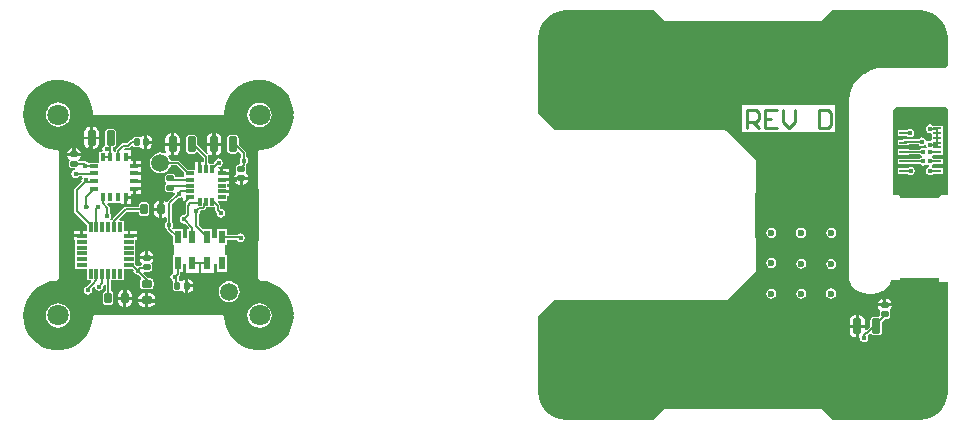
<source format=gtl>
G04 Layer_Physical_Order=1*
G04 Layer_Color=255*
%FSAX42Y42*%
%MOMM*%
G71*
G01*
G75*
%ADD10R,0.30X0.81*%
%ADD11R,0.81X0.30*%
%ADD12R,0.61X1.12*%
%ADD13R,0.30X0.66*%
%ADD14R,0.66X0.30*%
%ADD15R,0.70X0.20*%
G04:AMPARAMS|DCode=16|XSize=0.71mm|YSize=1.32mm|CornerRadius=0.18mm|HoleSize=0mm|Usage=FLASHONLY|Rotation=180.000|XOffset=0mm|YOffset=0mm|HoleType=Round|Shape=RoundedRectangle|*
%AMROUNDEDRECTD16*
21,1,0.71,0.97,0,0,180.0*
21,1,0.36,1.32,0,0,180.0*
1,1,0.36,-0.18,0.48*
1,1,0.36,0.18,0.48*
1,1,0.36,0.18,-0.48*
1,1,0.36,-0.18,-0.48*
%
%ADD16ROUNDEDRECTD16*%
G04:AMPARAMS|DCode=17|XSize=0.61mm|YSize=0.91mm|CornerRadius=0.15mm|HoleSize=0mm|Usage=FLASHONLY|Rotation=0.000|XOffset=0mm|YOffset=0mm|HoleType=Round|Shape=RoundedRectangle|*
%AMROUNDEDRECTD17*
21,1,0.61,0.61,0,0,0.0*
21,1,0.30,0.91,0,0,0.0*
1,1,0.30,0.15,-0.30*
1,1,0.30,-0.15,-0.30*
1,1,0.30,-0.15,0.30*
1,1,0.30,0.15,0.30*
%
%ADD17ROUNDEDRECTD17*%
G04:AMPARAMS|DCode=18|XSize=0.51mm|YSize=0.61mm|CornerRadius=0.13mm|HoleSize=0mm|Usage=FLASHONLY|Rotation=90.000|XOffset=0mm|YOffset=0mm|HoleType=Round|Shape=RoundedRectangle|*
%AMROUNDEDRECTD18*
21,1,0.51,0.36,0,0,90.0*
21,1,0.25,0.61,0,0,90.0*
1,1,0.25,0.18,0.13*
1,1,0.25,0.18,-0.13*
1,1,0.25,-0.18,-0.13*
1,1,0.25,-0.18,0.13*
%
%ADD18ROUNDEDRECTD18*%
G04:AMPARAMS|DCode=19|XSize=0.51mm|YSize=0.61mm|CornerRadius=0.13mm|HoleSize=0mm|Usage=FLASHONLY|Rotation=0.000|XOffset=0mm|YOffset=0mm|HoleType=Round|Shape=RoundedRectangle|*
%AMROUNDEDRECTD19*
21,1,0.51,0.36,0,0,0.0*
21,1,0.25,0.61,0,0,0.0*
1,1,0.25,0.13,-0.18*
1,1,0.25,-0.13,-0.18*
1,1,0.25,-0.13,0.18*
1,1,0.25,0.13,0.18*
%
%ADD19ROUNDEDRECTD19*%
G04:AMPARAMS|DCode=20|XSize=0.61mm|YSize=0.91mm|CornerRadius=0.15mm|HoleSize=0mm|Usage=FLASHONLY|Rotation=270.000|XOffset=0mm|YOffset=0mm|HoleType=Round|Shape=RoundedRectangle|*
%AMROUNDEDRECTD20*
21,1,0.61,0.61,0,0,270.0*
21,1,0.30,0.91,0,0,270.0*
1,1,0.30,-0.30,-0.15*
1,1,0.30,-0.30,0.15*
1,1,0.30,0.30,0.15*
1,1,0.30,0.30,-0.15*
%
%ADD20ROUNDEDRECTD20*%
%ADD21C,0.15*%
%ADD22C,1.00*%
%ADD23C,0.25*%
%ADD24C,4.10*%
%ADD25C,1.80*%
%ADD26C,1.50*%
%ADD27C,0.60*%
%ADD28C,0.45*%
G36*
X013432Y007396D02*
Y006669D01*
X013375D01*
X013365Y006665D01*
X013361Y006655D01*
Y006643D01*
X013032D01*
Y006655D01*
X013028Y006665D01*
X013019Y006669D01*
X012965D01*
Y007371D01*
X012966Y007381D01*
X012970Y007390D01*
X012975Y007397D01*
X012988Y007407D01*
X013003Y007413D01*
X013020Y007415D01*
X013414D01*
X013432Y007396D01*
D02*
G37*
G36*
X005974Y007636D02*
X006025Y007618D01*
X006072Y007591D01*
X006112Y007556D01*
X006146Y007514D01*
X006172Y007467D01*
X006189Y007415D01*
X006196Y007360D01*
X006197Y007358D01*
X006197Y007356D01*
X006198Y007355D01*
X006198Y007354D01*
X006199Y007353D01*
X006201Y007351D01*
X006202Y007350D01*
X006202Y007349D01*
X006204Y007348D01*
X006206Y007347D01*
X006207Y007347D01*
X006208Y007346D01*
X006210Y007346D01*
X006213Y007346D01*
X007288Y007346D01*
X007290Y007346D01*
X007292Y007346D01*
X007293Y007347D01*
X007294Y007347D01*
X007296Y007348D01*
X007298Y007349D01*
X007299Y007350D01*
X007300Y007351D01*
X007301Y007353D01*
X007302Y007354D01*
X007303Y007355D01*
X007303Y007356D01*
X007304Y007358D01*
X007304Y007360D01*
X007312Y007415D01*
X007328Y007466D01*
X007354Y007513D01*
X007388Y007555D01*
X007428Y007590D01*
X007475Y007617D01*
X007525Y007635D01*
X007578Y007643D01*
X007632Y007642D01*
X007684Y007632D01*
X007734Y007612D01*
X007779Y007583D01*
X007819Y007547D01*
X007851Y007504D01*
X007875Y007456D01*
X007889Y007404D01*
X007894Y007356D01*
X007894Y007356D01*
X007894Y007355D01*
X007893Y007354D01*
X007893Y007354D01*
X007893Y007353D01*
X007893Y007353D01*
X007893Y007352D01*
X007893Y007351D01*
X007893Y007351D01*
X007893Y007350D01*
X007893Y007350D01*
X007893Y007349D01*
X007893Y007349D01*
X007893Y007348D01*
X007893Y007347D01*
X007893Y007347D01*
X007893Y007346D01*
X007893Y007346D01*
X007893Y007345D01*
X007893Y007345D01*
X007893Y007344D01*
X007894Y007343D01*
X007894Y007343D01*
X007894Y007342D01*
X007889Y007292D01*
X007873Y007238D01*
X007847Y007188D01*
X007812Y007144D01*
X007769Y007108D01*
X007720Y007080D01*
X007667Y007062D01*
X007610Y007054D01*
X007608Y007053D01*
X007606Y007053D01*
X007605Y007052D01*
X007604Y007052D01*
X007602Y007051D01*
X007600Y007049D01*
X007600Y007048D01*
X007599Y007048D01*
X007598Y007046D01*
X007597Y007044D01*
X007596Y007043D01*
X007596Y007042D01*
X007596Y007040D01*
X007595Y007037D01*
Y006736D01*
X007595Y006736D01*
X007595Y006735D01*
X007595Y006734D01*
X007594Y006734D01*
X007594Y006733D01*
X007594Y006733D01*
X007594Y006732D01*
X007594Y006732D01*
X007594Y006731D01*
X007594Y006730D01*
X007593Y006730D01*
X007594Y006729D01*
X007593Y006729D01*
X007594Y006728D01*
X007593Y006727D01*
X007594Y006727D01*
X007593Y006726D01*
X007594Y006726D01*
X007594Y006725D01*
X007594Y006725D01*
X007594Y006724D01*
X007594Y006723D01*
X007594Y006723D01*
X007594Y006722D01*
X007594Y006722D01*
X007595Y006721D01*
X007595Y006721D01*
X007595Y006720D01*
X007595Y006719D01*
X007596Y006719D01*
X007596Y006719D01*
X007596Y006718D01*
X007597Y006718D01*
X007597Y006717D01*
X007597Y006717D01*
X007598Y006716D01*
X007598Y006716D01*
X007598Y006700D01*
X007598Y006700D01*
Y006655D01*
X007598Y006654D01*
X007597Y006285D01*
X007597Y006285D01*
X007597Y006285D01*
X007597Y006285D01*
X007596Y006284D01*
X007596Y006284D01*
X007596Y006283D01*
X007596Y006283D01*
X007595Y006282D01*
X007595Y006281D01*
X007595Y006281D01*
X007594Y006280D01*
X007594Y006280D01*
X007594Y006279D01*
X007594Y006279D01*
X007594Y006278D01*
X007594Y006277D01*
X007594Y006277D01*
X007594Y006276D01*
X007594Y006276D01*
X007594Y006275D01*
X007594Y006275D01*
X007594Y006274D01*
X007594Y006273D01*
X007594Y006273D01*
X007594Y006272D01*
X007594Y006272D01*
X007594Y006271D01*
X007594Y006271D01*
X007594Y006270D01*
X007594Y006269D01*
X007594Y006269D01*
X007594Y006268D01*
X007595Y006268D01*
X007595Y006267D01*
X007595Y006267D01*
X007595Y006266D01*
Y005962D01*
X007596Y005960D01*
X007596Y005958D01*
X007596Y005957D01*
X007597Y005956D01*
X007598Y005954D01*
X007599Y005952D01*
X007600Y005951D01*
X007600Y005950D01*
X007602Y005949D01*
X007604Y005948D01*
X007605Y005947D01*
X007606Y005947D01*
X007608Y005946D01*
X007610Y005946D01*
X007667Y005938D01*
X007720Y005920D01*
X007769Y005892D01*
X007812Y005856D01*
X007847Y005812D01*
X007873Y005762D01*
X007889Y005708D01*
X007894Y005657D01*
X007894Y005657D01*
X007894Y005657D01*
X007894Y005656D01*
X007893Y005655D01*
X007893Y005655D01*
X007893Y005654D01*
X007893Y005654D01*
X007893Y005653D01*
X007893Y005652D01*
X007893Y005652D01*
X007893Y005651D01*
X007893Y005651D01*
X007893Y005650D01*
X007893Y005650D01*
X007893Y005649D01*
X007893Y005648D01*
X007893Y005647D01*
X007893Y005647D01*
X007893Y005646D01*
X007893Y005646D01*
X007894Y005646D01*
X007894Y005645D01*
X007894Y005644D01*
X007894Y005644D01*
X007889Y005595D01*
X007875Y005544D01*
X007851Y005496D01*
X007819Y005453D01*
X007779Y005417D01*
X007734Y005388D01*
X007684Y005368D01*
X007632Y005357D01*
X007578Y005356D01*
X007525Y005365D01*
X007475Y005383D01*
X007428Y005410D01*
X007388Y005445D01*
X007354Y005487D01*
X007328Y005534D01*
X007312Y005585D01*
X007304Y005639D01*
X007304Y005641D01*
X007303Y005644D01*
X007303Y005645D01*
X007302Y005646D01*
X007301Y005647D01*
X007300Y005649D01*
X007299Y005650D01*
X007298Y005651D01*
X007296Y005652D01*
X007294Y005653D01*
X007293Y005653D01*
X007292Y005653D01*
X007290Y005654D01*
X007288Y005654D01*
X006213D01*
X006210Y005654D01*
X006208Y005653D01*
X006207Y005653D01*
X006206Y005653D01*
X006204Y005652D01*
X006202Y005651D01*
X006202Y005650D01*
X006201Y005649D01*
X006199Y005647D01*
X006198Y005646D01*
X006198Y005645D01*
X006197Y005644D01*
X006197Y005641D01*
X006196Y005639D01*
X006189Y005584D01*
X006172Y005533D01*
X006146Y005486D01*
X006112Y005444D01*
X006072Y005409D01*
X006025Y005382D01*
X005974Y005364D01*
X005921Y005355D01*
X005867Y005356D01*
X005814Y005367D01*
X005764Y005387D01*
X005719Y005416D01*
X005680Y005453D01*
X005647Y005496D01*
X005624Y005544D01*
X005609Y005596D01*
X005604Y005650D01*
X005610Y005706D01*
X005626Y005760D01*
X005652Y005810D01*
X005687Y005855D01*
X005730Y005892D01*
X005779Y005920D01*
X005832Y005938D01*
X005890Y005946D01*
X005892Y005946D01*
X005894Y005947D01*
X005895Y005947D01*
X005896Y005948D01*
X005898Y005949D01*
X005899Y005950D01*
X005900Y005951D01*
X005901Y005952D01*
X005902Y005954D01*
X005903Y005956D01*
X005903Y005957D01*
X005904Y005958D01*
X005904Y005960D01*
X005904Y005962D01*
Y007037D01*
X005904Y007040D01*
X005904Y007042D01*
X005903Y007043D01*
X005903Y007044D01*
X005902Y007046D01*
X005901Y007048D01*
X005900Y007048D01*
X005899Y007049D01*
X005898Y007051D01*
X005896Y007052D01*
X005895Y007052D01*
X005894Y007053D01*
X005892Y007053D01*
X005890Y007054D01*
X005832Y007062D01*
X005779Y007080D01*
X005730Y007108D01*
X005687Y007145D01*
X005652Y007189D01*
X005626Y007240D01*
X005610Y007294D01*
X005604Y007350D01*
X005609Y007404D01*
X005624Y007455D01*
X005647Y007504D01*
X005680Y007547D01*
X005719Y007584D01*
X005764Y007613D01*
X005814Y007633D01*
X005867Y007644D01*
X005921Y007645D01*
X005974Y007636D01*
D02*
G37*
G36*
X013251Y008227D02*
X013300Y008210D01*
X013345Y008182D01*
X013382Y008145D01*
X013409Y008101D01*
X013427Y008052D01*
X013432Y007999D01*
Y007770D01*
X013411Y007749D01*
X012897D01*
X012896Y007748D01*
X012895Y007748D01*
X012839Y007743D01*
X012838Y007742D01*
X012836Y007742D01*
X012782Y007726D01*
X012781Y007725D01*
X012779Y007725D01*
X012730Y007698D01*
X012728Y007697D01*
X012727Y007696D01*
X012684Y007661D01*
X012683Y007660D01*
X012682Y007660D01*
X012675Y007652D01*
X012674Y007651D01*
X012673Y007650D01*
X012633Y007598D01*
X012632Y007596D01*
X012631Y007595D01*
X012606Y007534D01*
X012606Y007532D01*
X012605Y007530D01*
X012596Y007465D01*
X012596Y007464D01*
X012596Y007462D01*
Y005971D01*
X012596Y005970D01*
X012596Y005969D01*
X012600Y005942D01*
X012601Y005940D01*
X012601Y005938D01*
X012611Y005913D01*
X012613Y005911D01*
X012614Y005909D01*
X012630Y005888D01*
X012632Y005886D01*
X012633Y005884D01*
X012669Y005857D01*
X012671Y005856D01*
X012673Y005855D01*
X012715Y005837D01*
X012717Y005837D01*
X012719Y005836D01*
X012764Y005830D01*
X012765Y005830D01*
X012766Y005830D01*
X012789D01*
X012790Y005830D01*
X012791Y005830D01*
X012833Y005836D01*
X012835Y005837D01*
X012838Y005837D01*
X012877Y005854D01*
X012879Y005855D01*
X012881Y005856D01*
X012915Y005882D01*
X012917Y005884D01*
X012918Y005885D01*
X012942Y005916D01*
X012943Y005918D01*
X012944Y005919D01*
X012956Y005948D01*
X013019D01*
X013028Y005952D01*
X013032Y005961D01*
Y005970D01*
X013361D01*
Y005944D01*
X013365Y005935D01*
X013375Y005931D01*
X013432D01*
Y005001D01*
X013427Y004948D01*
X013409Y004899D01*
X013382Y004855D01*
X013345Y004818D01*
X013300Y004790D01*
X013251Y004773D01*
X013198Y004767D01*
X012456D01*
X012367Y004856D01*
X012362Y004860D01*
X012355Y004861D01*
X011043D01*
X011037Y004860D01*
X011032Y004856D01*
X010942Y004767D01*
X010200D01*
X010147Y004773D01*
X010098Y004790D01*
X010054Y004818D01*
X010017Y004855D01*
X009989Y004899D01*
X009972Y004948D01*
X009966Y005001D01*
Y005643D01*
X010106Y005783D01*
X011557D01*
X011564Y005784D01*
X011569Y005788D01*
X011802Y006021D01*
X011806Y006026D01*
X011807Y006032D01*
Y006300D01*
X011806Y006306D01*
X011803Y006310D01*
Y006350D01*
X011801Y006355D01*
X011800Y006685D01*
X011804Y006688D01*
X011808Y006693D01*
X011809Y006700D01*
Y006957D01*
X011808Y006963D01*
X011804Y006969D01*
X011561Y007212D01*
X011556Y007215D01*
X011549Y007217D01*
X010106D01*
X009966Y007357D01*
Y007999D01*
X009972Y008052D01*
X009989Y008101D01*
X010017Y008145D01*
X010054Y008182D01*
X010098Y008210D01*
X010147Y008227D01*
X010200Y008233D01*
X010942D01*
X011032Y008144D01*
X011037Y008140D01*
X011043Y008139D01*
X012355D01*
X012362Y008140D01*
X012367Y008144D01*
X012456Y008233D01*
X013198D01*
X013251Y008227D01*
D02*
G37*
%LPC*%
G36*
X007042Y005887D02*
X007003D01*
Y005843D01*
X007018Y005846D01*
X007030Y005855D01*
X007039Y005867D01*
X007042Y005882D01*
Y005887D01*
D02*
G37*
G36*
X012446Y006127D02*
X012429Y006124D01*
X012415Y006114D01*
X012406Y006100D01*
X012402Y006083D01*
X012406Y006067D01*
X012415Y006053D01*
X012429Y006043D01*
X012446Y006040D01*
X012463Y006043D01*
X012477Y006053D01*
X012486Y006067D01*
X012490Y006083D01*
X012486Y006100D01*
X012477Y006114D01*
X012463Y006124D01*
X012446Y006127D01*
D02*
G37*
G36*
X007003Y005957D02*
Y005913D01*
X007042D01*
Y005918D01*
X007039Y005933D01*
X007030Y005945D01*
X007018Y005954D01*
X007003Y005957D01*
D02*
G37*
G36*
X006481Y005868D02*
X006478D01*
Y005809D01*
X006522D01*
Y005827D01*
X006519Y005843D01*
X006510Y005856D01*
X006497Y005865D01*
X006481Y005868D01*
D02*
G37*
G36*
X006637Y005837D02*
X006620D01*
X006604Y005834D01*
X006590Y005825D01*
X006581Y005811D01*
X006578Y005795D01*
Y005793D01*
X006637D01*
Y005837D01*
D02*
G37*
G36*
X006680D02*
X006663D01*
Y005793D01*
X006722D01*
Y005795D01*
X006719Y005811D01*
X006710Y005825D01*
X006696Y005834D01*
X006680Y005837D01*
D02*
G37*
G36*
X006453Y005868D02*
X006450D01*
X006435Y005865D01*
X006421Y005856D01*
X006412Y005843D01*
X006409Y005827D01*
Y005809D01*
X006453D01*
Y005868D01*
D02*
G37*
G36*
X012192Y006132D02*
X012175Y006129D01*
X012161Y006119D01*
X012152Y006105D01*
X012148Y006088D01*
X012152Y006072D01*
X012161Y006058D01*
X012175Y006048D01*
X012192Y006045D01*
X012209Y006048D01*
X012223Y006058D01*
X012232Y006072D01*
X012236Y006088D01*
X012232Y006105D01*
X012223Y006119D01*
X012209Y006129D01*
X012192Y006132D01*
D02*
G37*
G36*
X012191Y006394D02*
X012174Y006390D01*
X012160Y006381D01*
X012151Y006367D01*
X012148Y006350D01*
X012151Y006333D01*
X012160Y006319D01*
X012174Y006310D01*
X012191Y006306D01*
X012208Y006310D01*
X012222Y006319D01*
X012231Y006333D01*
X012235Y006350D01*
X012231Y006367D01*
X012222Y006381D01*
X012208Y006390D01*
X012191Y006394D01*
D02*
G37*
G36*
X012446D02*
X012429Y006390D01*
X012415Y006381D01*
X012406Y006367D01*
X012402Y006350D01*
X012406Y006333D01*
X012415Y006319D01*
X012429Y006310D01*
X012446Y006306D01*
X012463Y006310D01*
X012477Y006319D01*
X012486Y006333D01*
X012490Y006350D01*
X012486Y006367D01*
X012477Y006381D01*
X012463Y006390D01*
X012446Y006394D01*
D02*
G37*
G36*
X006087Y006368D02*
X006034D01*
Y006340D01*
X006087D01*
Y006368D01*
D02*
G37*
G36*
X011938Y006394D02*
X011921Y006390D01*
X011907Y006381D01*
X011898Y006367D01*
X011894Y006350D01*
X011898Y006333D01*
X011907Y006319D01*
X011921Y006310D01*
X011938Y006306D01*
X011955Y006310D01*
X011969Y006319D01*
X011978Y006333D01*
X011982Y006350D01*
X011978Y006367D01*
X011969Y006381D01*
X011955Y006390D01*
X011938Y006394D01*
D02*
G37*
G36*
Y006137D02*
X011921Y006134D01*
X011907Y006124D01*
X011898Y006110D01*
X011894Y006093D01*
X011898Y006077D01*
X011907Y006063D01*
X011921Y006053D01*
X011938Y006050D01*
X011955Y006053D01*
X011969Y006063D01*
X011978Y006077D01*
X011982Y006093D01*
X011978Y006110D01*
X011969Y006124D01*
X011955Y006134D01*
X011938Y006137D01*
D02*
G37*
G36*
X006637Y006192D02*
X006632D01*
X006617Y006189D01*
X006605Y006180D01*
X006596Y006168D01*
X006593Y006153D01*
D01*
X006637D01*
Y006192D01*
D02*
G37*
G36*
X006668D02*
X006663D01*
Y006153D01*
X006707D01*
X006704Y006168D01*
X006695Y006180D01*
X006683Y006189D01*
X006668Y006192D01*
D02*
G37*
G36*
X012957Y005727D02*
X012900D01*
X012843D01*
Y005727D01*
X012846Y005712D01*
X012855Y005700D01*
X012855Y005699D01*
X012858Y005683D01*
X012856Y005673D01*
Y005650D01*
X012851Y005644D01*
X012845Y005639D01*
X012844Y005639D01*
X012808D01*
X012796Y005637D01*
X012786Y005630D01*
X012780Y005620D01*
X012777Y005608D01*
Y005556D01*
X012750Y005529D01*
X012746Y005530D01*
X012741Y005529D01*
X012732Y005534D01*
X012728Y005537D01*
Y005547D01*
X012679D01*
Y005467D01*
X012688Y005458D01*
X012691Y005445D01*
X012699Y005433D01*
X012711Y005425D01*
X012724Y005422D01*
X012738Y005425D01*
X012750Y005433D01*
X012758Y005445D01*
X012760Y005458D01*
X012758Y005472D01*
X012760Y005483D01*
X012767Y005488D01*
X012770Y005491D01*
X012786Y005490D01*
X012796Y005483D01*
X012808Y005481D01*
X012844D01*
X012856Y005483D01*
X012866Y005490D01*
X012872Y005500D01*
X012875Y005512D01*
Y005596D01*
X012901Y005621D01*
X012918D01*
X012928Y005623D01*
X012936Y005629D01*
X012942Y005637D01*
X012944Y005647D01*
Y005673D01*
X012942Y005683D01*
X012945Y005699D01*
X012945Y005700D01*
X012954Y005712D01*
X012957Y005727D01*
Y005727D01*
D02*
G37*
G36*
X012684Y005652D02*
X012679D01*
Y005573D01*
X012728D01*
Y005608D01*
X012724Y005625D01*
X012715Y005639D01*
X012701Y005649D01*
X012684Y005652D01*
D02*
G37*
G36*
X006722Y005767D02*
X006663D01*
Y005723D01*
X006680D01*
X006696Y005726D01*
X006710Y005735D01*
X006719Y005749D01*
X006722Y005765D01*
Y005767D01*
D02*
G37*
G36*
X006637D02*
X006578D01*
Y005765D01*
X006581Y005749D01*
X006590Y005735D01*
X006604Y005726D01*
X006620Y005723D01*
X006637D01*
Y005767D01*
D02*
G37*
G36*
X007606Y005754D02*
X007579Y005750D01*
X007554Y005740D01*
X007533Y005723D01*
X007516Y005702D01*
X007506Y005677D01*
X007502Y005650D01*
X007506Y005623D01*
X007516Y005598D01*
X007533Y005577D01*
X007554Y005560D01*
X007579Y005550D01*
X007606Y005546D01*
X007633Y005550D01*
X007658Y005560D01*
X007679Y005577D01*
X007696Y005598D01*
X007706Y005623D01*
X007710Y005650D01*
X007706Y005677D01*
X007696Y005702D01*
X007679Y005723D01*
X007658Y005740D01*
X007633Y005750D01*
X007606Y005754D01*
D02*
G37*
G36*
X012653Y005547D02*
X012604D01*
Y005512D01*
X012608Y005495D01*
X012617Y005481D01*
X012631Y005471D01*
X012648Y005468D01*
X012653D01*
Y005547D01*
D02*
G37*
G36*
Y005652D02*
X012648D01*
X012631Y005649D01*
X012617Y005639D01*
X012608Y005625D01*
X012604Y005608D01*
Y005573D01*
X012653D01*
Y005652D01*
D02*
G37*
G36*
X005900Y005754D02*
X005874Y005751D01*
X005849Y005740D01*
X005827Y005724D01*
X005811Y005702D01*
X005800Y005678D01*
X005797Y005651D01*
X005800Y005624D01*
X005811Y005599D01*
X005827Y005577D01*
X005849Y005561D01*
X005874Y005551D01*
X005900Y005547D01*
X005927Y005551D01*
X005952Y005561D01*
X005974Y005577D01*
X005990Y005599D01*
X006000Y005624D01*
X006004Y005651D01*
X006000Y005678D01*
X005990Y005702D01*
X005974Y005724D01*
X005952Y005740D01*
X005927Y005751D01*
X005900Y005754D01*
D02*
G37*
G36*
X011938Y005878D02*
X011921Y005875D01*
X011907Y005865D01*
X011898Y005851D01*
X011894Y005835D01*
X011898Y005818D01*
X011907Y005804D01*
X011921Y005794D01*
X011938Y005791D01*
X011955Y005794D01*
X011969Y005804D01*
X011978Y005818D01*
X011982Y005835D01*
X011978Y005851D01*
X011969Y005865D01*
X011955Y005875D01*
X011938Y005878D01*
D02*
G37*
G36*
X007348Y005941D02*
X007325Y005938D01*
X007304Y005929D01*
X007286Y005915D01*
X007272Y005896D01*
X007263Y005875D01*
X007260Y005852D01*
X007263Y005829D01*
X007272Y005808D01*
X007286Y005790D01*
X007304Y005776D01*
X007325Y005767D01*
X007348Y005764D01*
X007371Y005767D01*
X007392Y005776D01*
X007411Y005790D01*
X007425Y005808D01*
X007434Y005829D01*
X007437Y005852D01*
X007434Y005875D01*
X007425Y005896D01*
X007411Y005915D01*
X007392Y005929D01*
X007371Y005938D01*
X007348Y005941D01*
D02*
G37*
G36*
X012443Y005879D02*
X012427Y005876D01*
X012413Y005866D01*
X012403Y005852D01*
X012400Y005835D01*
X012403Y005819D01*
X012413Y005805D01*
X012427Y005795D01*
X012443Y005792D01*
X012460Y005795D01*
X012474Y005805D01*
X012484Y005819D01*
X012487Y005835D01*
X012484Y005852D01*
X012474Y005866D01*
X012460Y005876D01*
X012443Y005879D01*
D02*
G37*
G36*
X012192Y005878D02*
X012175Y005875D01*
X012161Y005865D01*
X012152Y005851D01*
X012148Y005835D01*
X012152Y005818D01*
X012161Y005804D01*
X012175Y005794D01*
X012192Y005791D01*
X012209Y005794D01*
X012223Y005804D01*
X012232Y005818D01*
X012236Y005835D01*
X012232Y005851D01*
X012223Y005865D01*
X012209Y005875D01*
X012192Y005878D01*
D02*
G37*
G36*
X006522Y005784D02*
X006478D01*
Y005724D01*
X006481D01*
X006497Y005728D01*
X006510Y005736D01*
X006519Y005750D01*
X006522Y005766D01*
Y005784D01*
D02*
G37*
G36*
X006453D02*
X006409D01*
Y005766D01*
X006412Y005750D01*
X006421Y005736D01*
X006435Y005728D01*
X006450Y005724D01*
X006453D01*
Y005784D01*
D02*
G37*
G36*
X012918Y005792D02*
X012913D01*
Y005753D01*
X012957D01*
X012954Y005768D01*
X012945Y005780D01*
X012933Y005789D01*
X012918Y005792D01*
D02*
G37*
G36*
X012887D02*
X012882D01*
X012867Y005789D01*
X012855Y005780D01*
X012846Y005768D01*
X012843Y005753D01*
X012887D01*
Y005792D01*
D02*
G37*
G36*
X006567Y006368D02*
X006513D01*
Y006340D01*
X006567D01*
Y006368D01*
D02*
G37*
G36*
X007207Y007192D02*
X007202D01*
X007185Y007189D01*
X007171Y007179D01*
X007162Y007165D01*
X007158Y007148D01*
Y007113D01*
X007207D01*
Y007192D01*
D02*
G37*
G36*
X006857D02*
X006852D01*
X006835Y007189D01*
X006821Y007179D01*
X006812Y007165D01*
X006808Y007148D01*
Y007113D01*
X006857D01*
Y007192D01*
D02*
G37*
G36*
X007238D02*
X007233D01*
Y007113D01*
X007282D01*
Y007148D01*
X007278Y007165D01*
X007269Y007179D01*
X007255Y007189D01*
X007238Y007192D01*
D02*
G37*
G36*
X006888D02*
X006883D01*
Y007113D01*
X006932D01*
Y007148D01*
X006928Y007165D01*
X006919Y007179D01*
X006905Y007189D01*
X006888Y007192D01*
D02*
G37*
G36*
X006245Y007140D02*
X006196D01*
Y007060D01*
X006201D01*
X006218Y007064D01*
X006233Y007073D01*
X006242Y007088D01*
X006245Y007104D01*
Y007140D01*
D02*
G37*
G36*
X006171D02*
X006122D01*
Y007104D01*
X006125Y007088D01*
X006135Y007073D01*
X006149Y007064D01*
X006166Y007060D01*
X006171D01*
Y007140D01*
D02*
G37*
G36*
X006696Y007104D02*
X006657D01*
Y007060D01*
X006672Y007063D01*
X006684Y007072D01*
X006693Y007084D01*
X006696Y007099D01*
Y007104D01*
D02*
G37*
G36*
X006361Y007232D02*
X006326D01*
X006314Y007230D01*
X006304Y007223D01*
X006297Y007213D01*
X006295Y007201D01*
Y007104D01*
X006297Y007094D01*
X006287Y007087D01*
X006279Y007075D01*
X006276Y007061D01*
X006279Y007048D01*
X006279Y007047D01*
X006271Y007036D01*
X006250D01*
Y006956D01*
X006250Y006945D01*
X006239Y006945D01*
X006160D01*
X006160Y006945D01*
Y006945D01*
X006149Y006950D01*
X006145Y006952D01*
X006132Y006955D01*
X006126Y006954D01*
X006121Y006955D01*
X006077D01*
X006077Y006957D01*
X006071Y006965D01*
Y006968D01*
X006080Y006974D01*
X006089Y006987D01*
X006092Y007001D01*
D01*
X006035D01*
X005978D01*
X005981Y006987D01*
X005990Y006974D01*
X005999Y006968D01*
Y006965D01*
X005993Y006957D01*
X005991Y006947D01*
Y006921D01*
X005993Y006912D01*
X005999Y006903D01*
X006007Y006898D01*
X006017Y006896D01*
X006040D01*
X006041Y006895D01*
X006042Y006883D01*
X006040Y006882D01*
X006034Y006881D01*
X006022Y006873D01*
X006015Y006862D01*
X006012Y006848D01*
X006015Y006834D01*
X006022Y006822D01*
X006034Y006815D01*
X006048Y006812D01*
X006061Y006815D01*
X006073Y006822D01*
X006078Y006830D01*
X006102D01*
X006104Y006826D01*
X006107Y006818D01*
X006101Y006808D01*
X006098Y006794D01*
X006100Y006785D01*
X006043Y006728D01*
X006039Y006721D01*
X006037Y006713D01*
Y006535D01*
X006039Y006528D01*
X006043Y006521D01*
X006147Y006417D01*
Y006368D01*
X006113D01*
Y006327D01*
X006100D01*
Y006314D01*
X006034D01*
Y006286D01*
X006047D01*
Y006147D01*
Y006047D01*
X006147D01*
Y005947D01*
X006177D01*
X006182Y005935D01*
X006179Y005932D01*
X006178Y005930D01*
X006144Y005897D01*
X006138Y005895D01*
X006127Y005888D01*
X006119Y005876D01*
X006116Y005862D01*
X006119Y005849D01*
X006127Y005837D01*
X006138Y005829D01*
X006152Y005826D01*
X006166Y005829D01*
X006177Y005837D01*
X006185Y005849D01*
X006188Y005862D01*
X006185Y005876D01*
X006184Y005878D01*
X006198Y005892D01*
X006212Y005888D01*
X006213Y005882D01*
X006220Y005870D01*
X006232Y005862D01*
X006246Y005859D01*
X006260Y005862D01*
X006271Y005870D01*
X006279Y005882D01*
X006282Y005895D01*
X006281Y005901D01*
X006290Y005910D01*
X006290Y005910D01*
X006292Y005914D01*
X006305Y005911D01*
Y005854D01*
X006300Y005853D01*
X006290Y005847D01*
X006284Y005838D01*
X006282Y005827D01*
Y005766D01*
X006284Y005755D01*
X006290Y005746D01*
X006300Y005739D01*
X006310Y005737D01*
X006341D01*
X006352Y005739D01*
X006361Y005746D01*
X006367Y005755D01*
X006369Y005766D01*
Y005827D01*
X006367Y005838D01*
X006361Y005847D01*
X006352Y005853D01*
X006346Y005854D01*
Y005947D01*
X006455D01*
Y006047D01*
X006527D01*
X006539Y006036D01*
X006538Y006030D01*
X006540Y006016D01*
X006548Y006005D01*
X006560Y005997D01*
X006574Y005994D01*
X006579Y005995D01*
X006602Y005972D01*
X006600Y005956D01*
X006599Y005955D01*
X006593Y005946D01*
X006591Y005935D01*
Y005905D01*
X006593Y005894D01*
X006599Y005885D01*
X006609Y005878D01*
X006620Y005876D01*
X006680D01*
X006691Y005878D01*
X006701Y005885D01*
X006707Y005894D01*
X006709Y005905D01*
Y005935D01*
X006707Y005946D01*
X006701Y005955D01*
X006691Y005962D01*
X006680Y005964D01*
X006667D01*
X006665Y005968D01*
X006622Y006010D01*
X006628Y006022D01*
X006632Y006021D01*
X006668D01*
X006678Y006023D01*
X006686Y006029D01*
X006692Y006037D01*
X006694Y006047D01*
Y006073D01*
X006692Y006083D01*
X006686Y006091D01*
Y006094D01*
X006695Y006100D01*
X006704Y006112D01*
X006707Y006127D01*
D01*
X006650D01*
X006593D01*
X006596Y006112D01*
X006605Y006100D01*
X006614Y006094D01*
Y006091D01*
X006608Y006083D01*
X006606Y006073D01*
Y006071D01*
X006594D01*
X006586Y006069D01*
X006579Y006065D01*
X006574Y006066D01*
X006568Y006065D01*
X006554Y006079D01*
Y006197D01*
Y006286D01*
X006567D01*
Y006314D01*
X006501D01*
Y006327D01*
X006488D01*
Y006368D01*
X006455D01*
Y006454D01*
X006424D01*
X006419Y006466D01*
X006482Y006529D01*
X006586D01*
Y006520D01*
X006588Y006509D01*
X006595Y006499D01*
X006604Y006493D01*
X006615Y006491D01*
X006645D01*
X006656Y006493D01*
X006665Y006499D01*
X006672Y006509D01*
X006674Y006520D01*
Y006580D01*
X006672Y006591D01*
X006665Y006601D01*
X006656Y006607D01*
X006645Y006609D01*
X006615D01*
X006604Y006607D01*
X006595Y006601D01*
X006588Y006591D01*
X006586Y006580D01*
Y006571D01*
X006474D01*
X006466Y006569D01*
X006459Y006565D01*
X006459Y006565D01*
X006362Y006467D01*
X006357Y006460D01*
X006356Y006455D01*
X006344Y006455D01*
X006342Y006458D01*
X006339Y006467D01*
X006345Y006476D01*
X006348Y006490D01*
X006345Y006503D01*
X006338Y006515D01*
Y006559D01*
X006336Y006567D01*
X006332Y006573D01*
X006312Y006593D01*
X006319Y006604D01*
X006367D01*
X006371Y006604D01*
X006380D01*
X006384Y006604D01*
X006432D01*
Y006591D01*
X006460D01*
Y006650D01*
X006473D01*
Y006663D01*
X006514D01*
Y006682D01*
X006533D01*
Y006722D01*
X006545D01*
Y006735D01*
X006604D01*
Y006747D01*
Y006775D01*
X006545D01*
Y006800D01*
X006604D01*
Y006812D01*
Y006840D01*
X006545D01*
Y006865D01*
X006604D01*
Y006877D01*
Y006905D01*
X006545D01*
Y006917D01*
X006533D01*
Y006958D01*
X006514D01*
Y006977D01*
X006473D01*
Y007003D01*
X006514D01*
Y007048D01*
X006467D01*
X006461Y007061D01*
X006465Y007066D01*
X006492D01*
X006500Y007068D01*
X006507Y007072D01*
X006517Y007082D01*
X006533Y007081D01*
X006541Y007075D01*
X006551Y007073D01*
X006577D01*
X006587Y007075D01*
X006603Y007072D01*
X006604Y007072D01*
X006616Y007063D01*
X006631Y007060D01*
Y007117D01*
Y007174D01*
X006616Y007171D01*
X006604Y007162D01*
X006603Y007162D01*
X006587Y007159D01*
X006577Y007161D01*
X006551D01*
X006541Y007159D01*
X006533Y007153D01*
X006527Y007145D01*
X006526Y007138D01*
X006523D01*
X006515Y007136D01*
X006508Y007132D01*
X006484Y007107D01*
X006452D01*
X006452Y007107D01*
X006444Y007106D01*
X006437Y007101D01*
X006437Y007101D01*
X006393Y007057D01*
X006389Y007051D01*
X006387Y007043D01*
X006382Y007038D01*
X006369Y007039D01*
X006363Y007047D01*
Y007074D01*
X006373Y007076D01*
X006383Y007082D01*
X006390Y007092D01*
X006392Y007104D01*
Y007201D01*
X006390Y007213D01*
X006383Y007223D01*
X006373Y007230D01*
X006361Y007232D01*
D02*
G37*
G36*
X012481Y007429D02*
X011694D01*
Y007201D01*
X012481D01*
Y007429D01*
D02*
G37*
G36*
X006201Y007245D02*
X006196D01*
Y007165D01*
X006245D01*
Y007201D01*
X006242Y007218D01*
X006233Y007232D01*
X006218Y007242D01*
X006201Y007245D01*
D02*
G37*
G36*
X005900Y007454D02*
X005874Y007450D01*
X005849Y007440D01*
X005827Y007423D01*
X005811Y007402D01*
X005800Y007377D01*
X005797Y007350D01*
X005800Y007323D01*
X005811Y007298D01*
X005827Y007277D01*
X005849Y007260D01*
X005874Y007250D01*
X005900Y007246D01*
X005927Y007250D01*
X005952Y007260D01*
X005974Y007277D01*
X005990Y007298D01*
X006000Y007323D01*
X006004Y007350D01*
X006000Y007377D01*
X005990Y007402D01*
X005974Y007423D01*
X005952Y007440D01*
X005927Y007450D01*
X005900Y007454D01*
D02*
G37*
G36*
X007606Y007453D02*
X007579Y007449D01*
X007554Y007439D01*
X007533Y007422D01*
X007516Y007401D01*
X007506Y007376D01*
X007502Y007349D01*
X007506Y007322D01*
X007516Y007297D01*
X007533Y007276D01*
X007554Y007260D01*
X007579Y007249D01*
X007606Y007246D01*
X007633Y007249D01*
X007658Y007260D01*
X007679Y007276D01*
X007696Y007297D01*
X007706Y007322D01*
X007710Y007349D01*
X007706Y007376D01*
X007696Y007401D01*
X007679Y007422D01*
X007658Y007439D01*
X007633Y007449D01*
X007606Y007453D01*
D02*
G37*
G36*
X006657Y007174D02*
Y007130D01*
X006696D01*
Y007135D01*
X006693Y007150D01*
X006684Y007162D01*
X006672Y007171D01*
X006657Y007174D01*
D02*
G37*
G36*
X013282Y007267D02*
X013268Y007265D01*
X013256Y007257D01*
X013249Y007245D01*
X013246Y007231D01*
X013249Y007218D01*
X013256Y007206D01*
X013268Y007198D01*
X013282Y007195D01*
X013284Y007196D01*
X013297Y007186D01*
Y007141D01*
X013285Y007130D01*
X013271Y007127D01*
X013261Y007121D01*
X013259Y007121D01*
X013254Y007123D01*
X013248Y007126D01*
X013246Y007136D01*
X013238Y007148D01*
X013227Y007155D01*
X013213Y007158D01*
X013199Y007155D01*
X013188Y007148D01*
X013185Y007143D01*
X013065D01*
X013057Y007141D01*
X013050Y007137D01*
X013050Y007137D01*
X013050Y007137D01*
X013009D01*
Y007091D01*
X013104D01*
Y007102D01*
X013185D01*
X013188Y007097D01*
X013199Y007089D01*
X013213Y007086D01*
X013227Y007089D01*
X013237Y007095D01*
X013239Y007095D01*
X013244Y007093D01*
X013249Y007090D01*
X013251Y007080D01*
X013257Y007073D01*
X013256Y007073D01*
X013246Y007062D01*
X013246Y007062D01*
X013240Y007066D01*
X013226Y007069D01*
X013212Y007066D01*
X013200Y007059D01*
X013197Y007054D01*
X013104D01*
Y007057D01*
X013009D01*
Y007011D01*
X013104D01*
Y007013D01*
X013197D01*
X013200Y007008D01*
X013211Y007001D01*
X013212Y006996D01*
Y006992D01*
X013211Y006987D01*
X013200Y006980D01*
X013197Y006975D01*
X013104D01*
Y006977D01*
X013009D01*
Y006931D01*
X013104D01*
Y006934D01*
X013197D01*
X013200Y006929D01*
X013212Y006921D01*
X013226Y006919D01*
X013240Y006921D01*
X013245Y006925D01*
X013255Y006928D01*
X013264Y006925D01*
X013270Y006921D01*
X013272Y006920D01*
Y006907D01*
X013271Y006907D01*
X013259Y006899D01*
X013251Y006888D01*
X013249Y006874D01*
X013251Y006860D01*
X013259Y006849D01*
X013271Y006841D01*
X013285Y006838D01*
X013298Y006841D01*
X013310Y006849D01*
X013312Y006851D01*
X013392D01*
Y006897D01*
X013312D01*
X013310Y006899D01*
X013298Y006907D01*
X013296Y006908D01*
Y006921D01*
X013297Y006921D01*
X013309Y006929D01*
X013311Y006931D01*
X013392D01*
Y006977D01*
X013311D01*
X013309Y006979D01*
X013297Y006987D01*
X013296Y006987D01*
Y007000D01*
X013298Y007001D01*
X013310Y007009D01*
X013312Y007011D01*
X013392D01*
Y007131D01*
Y007257D01*
X013307D01*
X013307Y007257D01*
X013295Y007265D01*
X013282Y007267D01*
D02*
G37*
G36*
X006171Y007245D02*
X006166D01*
X006149Y007242D01*
X006135Y007232D01*
X006125Y007218D01*
X006122Y007201D01*
Y007165D01*
X006171D01*
Y007245D01*
D02*
G37*
G36*
X013114Y007229D02*
X013100Y007226D01*
X013089Y007219D01*
X013087Y007217D01*
X013009D01*
Y007171D01*
X013086D01*
X013089Y007168D01*
X013100Y007160D01*
X013114Y007157D01*
X013128Y007160D01*
X013139Y007168D01*
X013147Y007180D01*
X013150Y007193D01*
X013147Y007207D01*
X013139Y007219D01*
X013128Y007226D01*
X013114Y007229D01*
D02*
G37*
G36*
X007437Y006797D02*
X007393D01*
X007396Y006782D01*
X007405Y006770D01*
X007417Y006761D01*
X007432Y006758D01*
X007437D01*
Y006797D01*
D02*
G37*
G36*
X007507D02*
X007463D01*
Y006758D01*
X007468D01*
X007483Y006761D01*
X007495Y006770D01*
X007504Y006782D01*
X007507Y006797D01*
D02*
G37*
G36*
X007398Y007179D02*
X007362D01*
X007350Y007177D01*
X007340Y007170D01*
X007334Y007160D01*
X007331Y007148D01*
Y007052D01*
X007334Y007040D01*
X007340Y007030D01*
X007350Y007023D01*
X007362Y007021D01*
X007398D01*
X007410Y007023D01*
X007420Y007030D01*
X007421Y007031D01*
X007433Y007032D01*
X007452Y007014D01*
Y006991D01*
X007447Y006988D01*
X007440Y006976D01*
X007437Y006962D01*
X007440Y006948D01*
X007444Y006941D01*
X007438Y006929D01*
X007432D01*
X007422Y006927D01*
X007414Y006921D01*
X007408Y006913D01*
X007406Y006903D01*
Y006877D01*
X007408Y006867D01*
X007405Y006851D01*
X007405Y006850D01*
X007396Y006838D01*
X007393Y006823D01*
Y006823D01*
X007450D01*
X007507D01*
Y006823D01*
X007504Y006838D01*
X007495Y006850D01*
X007495Y006851D01*
X007492Y006867D01*
X007494Y006877D01*
Y006903D01*
X007492Y006913D01*
X007491Y006914D01*
X007492Y006915D01*
X007493Y006923D01*
Y006934D01*
X007498Y006937D01*
X007506Y006948D01*
X007509Y006962D01*
X007506Y006976D01*
X007498Y006988D01*
X007493Y006991D01*
Y007022D01*
X007492Y007030D01*
X007487Y007037D01*
X007429Y007095D01*
Y007148D01*
X007426Y007160D01*
X007420Y007170D01*
X007410Y007177D01*
X007398Y007179D01*
D02*
G37*
G36*
X006604Y006710D02*
X006558D01*
Y006682D01*
X006604D01*
Y006710D01*
D02*
G37*
G36*
X006757Y006537D02*
X006713D01*
Y006520D01*
X006716Y006504D01*
X006725Y006490D01*
X006739Y006481D01*
X006755Y006478D01*
X006757D01*
Y006537D01*
D02*
G37*
G36*
Y006622D02*
X006755D01*
X006739Y006619D01*
X006725Y006610D01*
X006716Y006596D01*
X006713Y006580D01*
Y006563D01*
X006757D01*
Y006622D01*
D02*
G37*
G36*
X006514Y006637D02*
X006486D01*
Y006591D01*
X006514D01*
Y006637D01*
D02*
G37*
G36*
X013118Y006910D02*
X013105Y006907D01*
X013093Y006899D01*
X013091Y006897D01*
X013009D01*
Y006851D01*
X013091D01*
X013093Y006849D01*
X013105Y006841D01*
X013118Y006838D01*
X013132Y006841D01*
X013144Y006849D01*
X013151Y006860D01*
X013154Y006874D01*
X013151Y006888D01*
X013144Y006899D01*
X013132Y006907D01*
X013118Y006910D01*
D02*
G37*
G36*
X007282Y007087D02*
X007233D01*
Y007008D01*
X007238D01*
X007255Y007011D01*
X007269Y007021D01*
X007278Y007035D01*
X007282Y007052D01*
Y007087D01*
D02*
G37*
G36*
X006022Y007066D02*
X006017D01*
X006002Y007063D01*
X005990Y007054D01*
X005981Y007042D01*
X005978Y007027D01*
D01*
X006022D01*
Y007066D01*
D02*
G37*
G36*
X006053D02*
X006048D01*
Y007027D01*
X006092D01*
X006089Y007042D01*
X006080Y007054D01*
X006068Y007063D01*
X006053Y007066D01*
D02*
G37*
G36*
X006932Y007087D02*
X006883D01*
Y007008D01*
X006888D01*
X006905Y007011D01*
X006919Y007021D01*
X006928Y007035D01*
X006932Y007052D01*
Y007087D01*
D02*
G37*
G36*
X006604Y006958D02*
X006558D01*
Y006930D01*
X006604D01*
Y006958D01*
D02*
G37*
G36*
X007346Y006892D02*
X007300D01*
Y006864D01*
X007346D01*
Y006892D01*
D02*
G37*
G36*
X007048Y007179D02*
X007012D01*
X007000Y007177D01*
X006990Y007170D01*
X006984Y007160D01*
X006981Y007148D01*
Y007052D01*
X006984Y007040D01*
X006990Y007030D01*
X007000Y007023D01*
X007012Y007021D01*
X007048D01*
X007060Y007023D01*
X007070Y007030D01*
X007071Y007031D01*
X007083Y007032D01*
X007132Y006984D01*
Y006949D01*
X007131Y006948D01*
X007131Y006946D01*
X007113D01*
Y006887D01*
X007087D01*
Y006946D01*
X007059D01*
Y006892D01*
X007059Y006880D01*
X007047Y006880D01*
X007004D01*
X006927Y006956D01*
X006921Y006961D01*
X006913Y006962D01*
X006852D01*
X006852Y006965D01*
X006843Y006986D01*
X006834Y006998D01*
X006841Y007010D01*
X006852Y007008D01*
X006857D01*
Y007087D01*
X006808D01*
Y007052D01*
X006812Y007035D01*
X006814Y007031D01*
X006806Y007020D01*
X006789Y007027D01*
X006767Y007030D01*
X006744Y007027D01*
X006722Y007018D01*
X006704Y007004D01*
X006690Y006986D01*
X006681Y006965D01*
X006678Y006942D01*
X006681Y006919D01*
X006690Y006898D01*
X006704Y006879D01*
X006722Y006865D01*
X006744Y006856D01*
X006767Y006853D01*
X006789Y006856D01*
X006811Y006865D01*
X006829Y006879D01*
X006843Y006898D01*
X006852Y006919D01*
X006852Y006921D01*
X006904D01*
X006967Y006858D01*
Y006821D01*
X006894D01*
Y006824D01*
X006892Y006834D01*
X006886Y006843D01*
X006878Y006848D01*
X006868Y006850D01*
X006833D01*
X006823Y006848D01*
X006814Y006843D01*
X006809Y006834D01*
X006807Y006824D01*
Y006799D01*
X006809Y006789D01*
X006814Y006781D01*
X006817Y006779D01*
Y006764D01*
X006814Y006763D01*
X006809Y006754D01*
X006807Y006744D01*
Y006719D01*
X006809Y006709D01*
X006814Y006701D01*
X006823Y006695D01*
X006833Y006693D01*
X006868D01*
X006876Y006695D01*
X006883Y006689D01*
X006887Y006685D01*
X006886Y006680D01*
X006887Y006675D01*
X006827Y006614D01*
X006815Y006610D01*
X006811Y006612D01*
X006801Y006619D01*
X006785Y006622D01*
X006783D01*
Y006550D01*
Y006478D01*
X006785D01*
X006801Y006481D01*
X006807Y006485D01*
X006820Y006478D01*
Y006442D01*
X006815Y006439D01*
X006807Y006427D01*
X006804Y006414D01*
X006807Y006400D01*
X006815Y006388D01*
X006820Y006385D01*
Y006384D01*
X006821Y006376D01*
X006826Y006369D01*
X006869Y006326D01*
Y006243D01*
X006883D01*
Y006159D01*
X006869D01*
Y006021D01*
X006869D01*
X006871Y006009D01*
X006871Y006009D01*
X006861Y006002D01*
X006853Y005990D01*
X006850Y005977D01*
X006853Y005963D01*
X006861Y005951D01*
X006871Y005945D01*
X006871Y005945D01*
X006873Y005939D01*
X006875Y005930D01*
X006873Y005928D01*
X006871Y005918D01*
Y005882D01*
X006873Y005872D01*
X006879Y005864D01*
X006887Y005858D01*
X006897Y005856D01*
X006923D01*
X006933Y005858D01*
X006949Y005855D01*
X006950Y005855D01*
X006962Y005846D01*
X006977Y005843D01*
Y005900D01*
Y005957D01*
X006962Y005954D01*
X006950Y005945D01*
X006949Y005945D01*
X006933Y005942D01*
X006923Y005944D01*
X006921D01*
Y005963D01*
X006920Y005966D01*
X006922Y005977D01*
X006921Y005982D01*
X006927Y005988D01*
X006927Y005988D01*
X006931Y005995D01*
X006933Y006003D01*
X006933Y006003D01*
Y006021D01*
X006955D01*
Y006088D01*
X006981D01*
Y006009D01*
X007092D01*
Y006088D01*
X007107D01*
Y006009D01*
X007218D01*
Y006088D01*
X007244D01*
Y006021D01*
X007331D01*
Y006159D01*
X007315D01*
Y006243D01*
X007331D01*
Y006291D01*
X007415D01*
X007419Y006284D01*
X007431Y006276D01*
X007445Y006273D01*
X007458Y006276D01*
X007470Y006284D01*
X007478Y006296D01*
X007481Y006309D01*
X007478Y006323D01*
X007470Y006335D01*
X007458Y006343D01*
X007445Y006345D01*
X007431Y006343D01*
X007419Y006335D01*
X007418Y006332D01*
X007331D01*
Y006380D01*
X007244D01*
Y006304D01*
X007206D01*
Y006380D01*
X007123D01*
X007089Y006414D01*
Y006504D01*
X007094Y006508D01*
X007102Y006519D01*
X007105Y006533D01*
X007116Y006539D01*
X007124D01*
X007131Y006541D01*
X007138Y006545D01*
X007150Y006557D01*
X007154Y006564D01*
X007155Y006567D01*
X007229D01*
X007231Y006556D01*
Y006540D01*
X007233Y006533D01*
X007237Y006526D01*
X007243Y006520D01*
X007242Y006515D01*
X007244Y006501D01*
X007252Y006489D01*
X007264Y006482D01*
X007277Y006479D01*
X007291Y006482D01*
X007303Y006489D01*
X007311Y006501D01*
X007313Y006515D01*
X007311Y006529D01*
X007303Y006540D01*
X007291Y006548D01*
X007277Y006551D01*
X007272Y006555D01*
Y006579D01*
X007271Y006586D01*
X007266Y006593D01*
X007250Y006609D01*
X007255Y006622D01*
X007333D01*
Y006659D01*
X007346D01*
Y006687D01*
X007287D01*
Y006713D01*
X007346D01*
Y006741D01*
X007333D01*
Y006760D01*
X007346D01*
Y006788D01*
X007287D01*
Y006814D01*
X007346D01*
Y006839D01*
X007287D01*
Y006852D01*
X007274D01*
Y006892D01*
X007261D01*
X007255Y006905D01*
X007259Y006909D01*
X007259Y006908D01*
X007273Y006911D01*
X007285Y006919D01*
X007292Y006931D01*
X007295Y006944D01*
X007292Y006958D01*
X007285Y006970D01*
X007273Y006978D01*
X007259Y006980D01*
X007246Y006978D01*
X007234Y006970D01*
X007226Y006958D01*
X007223Y006944D01*
X007224Y006943D01*
X007215Y006933D01*
X007184D01*
X007173Y006942D01*
Y006993D01*
X007172Y007000D01*
X007167Y007007D01*
X007167Y007008D01*
X007179Y007015D01*
X007185Y007011D01*
X007202Y007008D01*
X007207D01*
Y007087D01*
X007158D01*
Y007052D01*
X007162Y007035D01*
X007168Y007026D01*
X007167Y007019D01*
X007160Y007014D01*
X007079Y007095D01*
Y007148D01*
X007076Y007160D01*
X007070Y007170D01*
X007060Y007177D01*
X007048Y007179D01*
D02*
G37*
%LPD*%
G36*
X006955Y006645D02*
Y006609D01*
X006975D01*
X006979Y006606D01*
X006986Y006596D01*
X006981Y006589D01*
X006980Y006581D01*
Y006508D01*
X006970Y006499D01*
X006966Y006500D01*
X006953Y006497D01*
X006941Y006490D01*
X006933Y006478D01*
X006930Y006464D01*
X006933Y006450D01*
X006941Y006439D01*
X006953Y006431D01*
X006966Y006428D01*
X006972Y006429D01*
X007008Y006393D01*
X007003Y006380D01*
X006993D01*
Y006304D01*
X006955D01*
Y006380D01*
X006875D01*
X006867Y006391D01*
X006873Y006400D01*
X006876Y006414D01*
X006873Y006427D01*
X006866Y006439D01*
X006861Y006442D01*
Y006590D01*
X006916Y006645D01*
X006921Y006644D01*
X006935Y006647D01*
X006942Y006651D01*
X006955Y006645D01*
D02*
G37*
D10*
X006175Y006401D02*
D03*
X006225D02*
D03*
X006275D02*
D03*
X006325D02*
D03*
X006376D02*
D03*
X006427D02*
D03*
Y006000D02*
D03*
X006376D02*
D03*
X006325D02*
D03*
X006275D02*
D03*
X006225D02*
D03*
X006175D02*
D03*
D11*
X006501Y006327D02*
D03*
Y006276D02*
D03*
Y006225D02*
D03*
Y006175D02*
D03*
Y006125D02*
D03*
Y006075D02*
D03*
X006100D02*
D03*
Y006125D02*
D03*
Y006175D02*
D03*
Y006225D02*
D03*
Y006276D02*
D03*
Y006327D02*
D03*
D12*
X006912Y006090D02*
D03*
X007036D02*
D03*
X007162D02*
D03*
X007288D02*
D03*
Y006312D02*
D03*
X007162D02*
D03*
X007036D02*
D03*
X006912D02*
D03*
D13*
X007100Y006887D02*
D03*
X007150D02*
D03*
X007201D02*
D03*
Y006613D02*
D03*
X007150D02*
D03*
X007100D02*
D03*
X006278Y006650D02*
D03*
X006343D02*
D03*
X006408D02*
D03*
X006473D02*
D03*
Y006990D02*
D03*
X006408D02*
D03*
X006343D02*
D03*
X006278D02*
D03*
D14*
X007287Y006852D02*
D03*
Y006801D02*
D03*
Y006750D02*
D03*
Y006700D02*
D03*
Y006650D02*
D03*
X007013D02*
D03*
Y006700D02*
D03*
Y006750D02*
D03*
Y006801D02*
D03*
Y006852D02*
D03*
X006205Y006917D02*
D03*
Y006852D02*
D03*
Y006787D02*
D03*
Y006722D02*
D03*
X006545D02*
D03*
Y006787D02*
D03*
Y006852D02*
D03*
Y006917D02*
D03*
D15*
X013056Y007274D02*
D03*
Y006834D02*
D03*
X013344Y007274D02*
D03*
Y006834D02*
D03*
Y006874D02*
D03*
Y006914D02*
D03*
Y006954D02*
D03*
Y006994D02*
D03*
Y007034D02*
D03*
X013056Y006874D02*
D03*
Y006914D02*
D03*
Y006954D02*
D03*
Y006994D02*
D03*
Y007034D02*
D03*
Y007234D02*
D03*
Y007194D02*
D03*
Y007154D02*
D03*
Y007114D02*
D03*
Y007074D02*
D03*
X013344Y007234D02*
D03*
Y007194D02*
D03*
Y007154D02*
D03*
Y007114D02*
D03*
Y007074D02*
D03*
D16*
X012826Y005560D02*
D03*
X012666D02*
D03*
X007030Y007100D02*
D03*
X006870D02*
D03*
X007380D02*
D03*
X007220D02*
D03*
X006344Y007153D02*
D03*
X006184D02*
D03*
D17*
X006466Y005796D02*
D03*
X006326D02*
D03*
X006770Y006550D02*
D03*
X006630D02*
D03*
D18*
X012900Y005740D02*
D03*
Y005660D02*
D03*
X006650Y006140D02*
D03*
Y006060D02*
D03*
X006850Y006732D02*
D03*
Y006812D02*
D03*
X007450Y006810D02*
D03*
Y006890D02*
D03*
X006035Y007014D02*
D03*
Y006934D02*
D03*
D19*
X006990Y005900D02*
D03*
X006910D02*
D03*
X006644Y007117D02*
D03*
X006564D02*
D03*
D20*
X006650Y005780D02*
D03*
Y005920D02*
D03*
D21*
X006840Y006599D02*
X006921Y006680D01*
X006840Y006384D02*
Y006599D01*
Y006384D02*
X006912Y006312D01*
X012724Y005488D02*
X012746Y005509D01*
X012724Y005458D02*
Y005488D01*
X012500Y005250D02*
Y005500D01*
X013056Y006874D02*
X013118D01*
X013285D02*
X013344D01*
X013056Y007114D02*
X013065Y007122D01*
X013213D01*
X013057Y007033D02*
X013226D01*
X013056Y007034D02*
X013057Y007033D01*
X013057Y006955D02*
X013226D01*
X013056Y006954D02*
X013057Y006955D01*
X013284Y006954D02*
X013344D01*
X013414Y006848D02*
Y007259D01*
X013398Y006914D02*
X013409Y006904D01*
X013344Y006914D02*
X013398D01*
X013285Y007034D02*
X013344D01*
X013113Y007194D02*
X013114Y007193D01*
X007003Y006852D02*
X007013D01*
X006913Y006942D02*
X007003Y006852D01*
X006767Y006942D02*
X006913D01*
X007475Y005911D02*
X007539D01*
X007424Y005961D02*
X007475Y005911D01*
X007241Y005961D02*
X007424D01*
X007074Y005911D02*
X007190D01*
X007241Y005961D01*
X013279Y007229D02*
X013282Y007231D01*
X013342D01*
X013285Y007094D02*
X013324D01*
X013344Y007074D01*
X013056Y007194D02*
X013113D01*
X013400Y006834D02*
X013409Y006843D01*
X013344Y006834D02*
X013400D01*
X012890Y005760D02*
Y005801D01*
Y005760D02*
X012900Y005751D01*
X005950Y007200D02*
X006050Y007300D01*
X006050D01*
X007450D02*
X007550Y007200D01*
X006039Y005711D02*
X007464D01*
X007539Y005786D01*
Y005911D01*
X005961Y005789D02*
X006039Y005711D01*
X005961Y005789D02*
Y006689D01*
X006408Y006990D02*
Y007043D01*
X006452Y007087D01*
X006921Y006680D02*
X006941Y006700D01*
X013399Y007274D02*
X013414Y007259D01*
X013344Y007274D02*
X013399D01*
X013344Y006994D02*
X013397D01*
X013409Y006982D01*
Y006843D02*
Y006904D01*
X013342Y007231D02*
X013344Y007234D01*
Y007194D02*
Y007234D01*
Y007154D02*
Y007194D01*
Y007114D02*
Y007154D01*
Y007074D02*
Y007114D01*
X007135Y006598D02*
Y006598D01*
Y006572D02*
Y006598D01*
X007070Y006533D02*
X007097Y006560D01*
X007069Y006532D02*
X007070Y006533D01*
X007070D01*
X007069D02*
X007070D01*
X007135Y006598D02*
X007150Y006613D01*
X007124Y006560D02*
X007135Y006572D01*
X007097Y006560D02*
X007124D01*
X007069Y006405D02*
Y006532D01*
Y006405D02*
X007162Y006312D01*
X007135Y006598D02*
X007150Y006613D01*
X007097Y006560D02*
X007124D01*
X007070Y006533D02*
X007097Y006560D01*
X007007Y006601D02*
X007103D01*
X007007Y006588D02*
Y006601D01*
X007000Y006581D02*
X007007Y006588D01*
X007000Y006498D02*
Y006581D01*
X006991Y006628D02*
X007013Y006650D01*
X006989Y006628D02*
X006991D01*
X006973Y006612D02*
X006989Y006628D01*
X006973Y006610D02*
Y006612D01*
X006966Y006464D02*
X007000Y006498D01*
X006966Y006464D02*
X007037Y006394D01*
X006957Y006609D02*
X006975D01*
X006121Y006934D02*
X006137Y006919D01*
X006035Y006934D02*
X006121D01*
X006124Y007031D02*
X006140Y007014D01*
X006035D02*
X006140D01*
X006048Y006851D02*
X006213D01*
X006137Y006584D02*
X006154Y006566D01*
X007252Y006540D02*
X007277Y006515D01*
X007252Y006540D02*
Y006579D01*
X007217Y006613D02*
X007252Y006579D01*
X006317Y006490D02*
Y006559D01*
X006474Y006550D02*
X006625D01*
X006376Y006452D02*
X006474Y006550D01*
X006376Y006401D02*
Y006452D01*
X006058Y006713D02*
X006126Y006782D01*
X006058Y006535D02*
Y006713D01*
Y006535D02*
X006175Y006418D01*
X006134Y006566D02*
X006154D01*
X006137Y006919D02*
X006205D01*
X006276Y006990D02*
X006278D01*
X006343D01*
X006492Y007087D02*
X006523Y007117D01*
X006452Y007087D02*
X006492D01*
X006359Y007121D02*
Y007153D01*
X006343Y007105D02*
X006359Y007121D01*
X006195Y006782D02*
X006203Y006790D01*
X006126Y006782D02*
X006195D01*
X006137Y006654D02*
X006205Y006722D01*
X006278Y006598D02*
Y006650D01*
X006941Y006700D02*
X007013D01*
X006880Y006750D02*
X007013D01*
X006850Y006721D02*
X006880Y006750D01*
X006782Y006556D02*
Y006617D01*
X006776Y006550D02*
X006782Y006556D01*
X006137Y006584D02*
Y006654D01*
X006278Y006598D02*
X006317Y006559D01*
X007287Y006312D02*
X007445D01*
X006225Y006555D02*
X006236Y006566D01*
X006225Y006401D02*
Y006555D01*
X006027Y006342D02*
X006043Y006327D01*
X006100D01*
X006604D02*
X006604Y006327D01*
X006501Y006327D02*
X006604D01*
X006650Y006216D02*
X006652Y006218D01*
X006650Y006151D02*
Y006216D01*
X006886Y005977D02*
X006912Y006003D01*
Y006090D01*
X006886Y005977D02*
X006900Y005963D01*
Y005900D02*
Y005963D01*
X006574Y006030D02*
X006650Y005953D01*
Y005925D02*
Y005953D01*
X006574Y006030D02*
X006594Y006050D01*
X006650D01*
X006528Y006075D02*
X006574Y006030D01*
X006501Y006075D02*
X006528D01*
X007037Y006090D02*
X007162D01*
X006713Y005774D02*
X006713Y005773D01*
X006650Y005774D02*
X006713D01*
X006472Y005796D02*
Y005885D01*
X006152Y005875D02*
X006193Y005917D01*
Y005917D02*
X006225Y005949D01*
Y006000D01*
X006193Y005917D02*
Y005917D01*
X006321Y005796D02*
X006325Y005801D01*
Y006000D01*
X006275Y005924D02*
Y006000D01*
X006246Y005895D02*
X006275Y005924D01*
X006175Y006401D02*
Y006418D01*
X007201Y006613D02*
X007217D01*
X007473Y006962D02*
Y007022D01*
X007395Y007100D02*
X007473Y007022D01*
X007258Y006944D02*
X007259D01*
X007201Y006887D02*
X007258Y006944D01*
X007037Y006312D02*
Y006394D01*
X006523Y007117D02*
X006554D01*
X006705D02*
X006755D01*
X006706Y007079D02*
Y007117D01*
X006705Y007117D02*
X006706Y007117D01*
X006655Y007117D02*
X006705D01*
X006755D02*
X006772Y007100D01*
X006853D01*
X006124Y007031D02*
X006167Y007074D01*
Y007153D01*
X007045Y007100D02*
X007153Y006993D01*
Y006942D02*
Y006993D01*
X007150Y006940D02*
X007153Y006942D01*
X007150Y006887D02*
Y006940D01*
X007100Y006887D02*
Y006964D01*
X007287Y006700D02*
X007379D01*
X007351Y006850D02*
X007400Y006801D01*
X007288Y006850D02*
X007351D01*
X007287Y006852D02*
X007288Y006850D01*
X007287Y006801D02*
X007400D01*
X007473Y006923D02*
Y006962D01*
X007450Y006900D02*
X007473Y006923D01*
X010250Y007500D02*
Y007750D01*
Y007500D02*
X010500D01*
X010250Y005250D02*
X010500D01*
Y005000D02*
Y005250D01*
Y005000D02*
X012750D01*
X013000Y005250D01*
X012500D02*
X013000D01*
X010500D02*
X012500D01*
X010250D02*
Y005500D01*
X012500D01*
X010750Y007500D02*
X011000D01*
X011250D01*
X011500D01*
X011750D01*
X012000D01*
X012250D01*
X012500D01*
X010500Y007750D02*
X012750D01*
X010500Y007500D02*
Y007750D01*
X010250D02*
X010500D01*
Y008000D01*
X010750D01*
X011000D01*
X011250D01*
X011500D01*
X011750D01*
X012000D01*
X012250D01*
X012500D01*
X012750D01*
X010396Y007962D02*
X010434Y008000D01*
X006853Y006801D02*
X007013D01*
X006852Y006802D02*
X006853Y006801D01*
X006850Y006802D02*
X006852D01*
X007011Y005911D02*
X007074D01*
X005950Y006700D02*
X005961Y006689D01*
X005950Y006700D02*
Y006800D01*
Y006900D01*
Y007000D01*
Y007100D01*
Y007200D01*
X006050Y007300D02*
X006150D01*
X006250D01*
X006350D01*
X006450D01*
X006550D01*
X006650D01*
X006750D01*
X006850D01*
X006950D01*
X007050D01*
X007150D01*
X007250D01*
X007350D01*
X007450D01*
X007550Y007100D02*
Y007200D01*
Y007000D02*
Y007100D01*
Y006900D02*
Y007000D01*
Y006900D02*
X007561Y006889D01*
Y006373D02*
Y006889D01*
X007550Y006363D02*
X007561Y006373D01*
X007550Y006100D02*
Y006363D01*
Y006000D02*
Y006100D01*
Y005900D02*
Y006000D01*
X012746Y005509D02*
X012753Y005503D01*
X012900Y005650D01*
X006312Y007061D02*
X006343D01*
Y006990D02*
Y007061D01*
Y007105D01*
D22*
X010396Y007881D02*
Y007962D01*
X010328Y007813D02*
X010396Y007881D01*
X010298Y007813D02*
X010328D01*
X010253Y007768D02*
X010298Y007813D01*
X010240Y007782D02*
X010253Y007768D01*
X010112Y007782D02*
X010240D01*
X010058Y007836D02*
X010112Y007782D01*
X010200Y008000D02*
X010434D01*
X010500D01*
D23*
X011732Y007239D02*
Y007391D01*
X011808D01*
X011834Y007366D01*
Y007315D01*
X011808Y007290D01*
X011732D01*
X011783D02*
X011834Y007239D01*
X011986Y007391D02*
X011885D01*
Y007239D01*
X011986D01*
X011885Y007315D02*
X011935D01*
X012037Y007391D02*
Y007290D01*
X012088Y007239D01*
X012139Y007290D01*
Y007391D01*
X012342D02*
Y007239D01*
X012418D01*
X012443Y007264D01*
Y007366D01*
X012418Y007391D01*
X012342D01*
D24*
X010200Y008000D02*
D03*
X013200Y005000D02*
D03*
Y008000D02*
D03*
X010200Y005000D02*
D03*
D25*
X005900Y007350D02*
D03*
X007606Y007349D02*
D03*
Y005650D02*
D03*
X005900Y005651D02*
D03*
D26*
X006037Y005780D02*
D03*
X006767Y006942D02*
D03*
X007348Y005852D02*
D03*
D27*
X012446Y006083D02*
D03*
X012192Y005835D02*
D03*
X012446Y006350D02*
D03*
X012443Y005835D02*
D03*
X012191Y006350D02*
D03*
X012443Y006600D02*
D03*
X012192Y006088D02*
D03*
X011938Y006093D02*
D03*
Y005835D02*
D03*
Y006350D02*
D03*
D28*
X006840Y006414D02*
D03*
X013395Y007381D02*
D03*
X013295D02*
D03*
X013199D02*
D03*
X013100D02*
D03*
X013005D02*
D03*
X012309Y005613D02*
D03*
X012248Y005478D02*
D03*
X012497Y005466D02*
D03*
X012724Y005458D02*
D03*
X013118Y006874D02*
D03*
X013285D02*
D03*
X013213Y007122D02*
D03*
X013226Y007033D02*
D03*
Y006955D02*
D03*
X013284Y006954D02*
D03*
X013285Y007034D02*
D03*
X013114Y007193D02*
D03*
X013285Y007094D02*
D03*
X012890Y005801D02*
D03*
X006952Y006604D02*
D03*
X006921Y006680D02*
D03*
X007277Y006515D02*
D03*
X007445Y006309D02*
D03*
X006966Y006464D02*
D03*
X007473Y006962D02*
D03*
X007379Y006700D02*
D03*
X006706Y007079D02*
D03*
X007069Y006533D02*
D03*
X006048Y006848D02*
D03*
X006134Y006794D02*
D03*
X006312Y006490D02*
D03*
X006134Y006566D02*
D03*
X006312Y007061D02*
D03*
X006550Y005700D02*
D03*
X006750D02*
D03*
X013250Y005500D02*
D03*
X006132Y006919D02*
D03*
X006782Y006617D02*
D03*
X006604Y006327D02*
D03*
X006236Y006566D02*
D03*
X006152Y005862D02*
D03*
X006652Y006218D02*
D03*
X006886Y005977D02*
D03*
X006574Y006030D02*
D03*
X006713Y005773D02*
D03*
X006472Y005885D02*
D03*
X006246Y005895D02*
D03*
X007259Y006944D02*
D03*
X006124Y007031D02*
D03*
X007100Y006964D02*
D03*
X007402Y006800D02*
D03*
X010250Y007500D02*
D03*
X010500D02*
D03*
X012000Y005250D02*
D03*
X012250D02*
D03*
X011500D02*
D03*
X011250D02*
D03*
X011750D02*
D03*
X011000D02*
D03*
X010750D02*
D03*
X010500D02*
D03*
X012250Y005000D02*
D03*
X012000D02*
D03*
X011750D02*
D03*
X012500D02*
D03*
X011250D02*
D03*
X011500D02*
D03*
X010750D02*
D03*
X010500D02*
D03*
X011000D02*
D03*
X012750D02*
D03*
X013000Y005250D02*
D03*
X012750D02*
D03*
X012500D02*
D03*
X012000Y005500D02*
D03*
X011500D02*
D03*
X011250D02*
D03*
X010750D02*
D03*
X011000D02*
D03*
X011750D02*
D03*
X010500D02*
D03*
X010250D02*
D03*
X010750Y007500D02*
D03*
X011000D02*
D03*
X011250D02*
D03*
X011500D02*
D03*
X011750D02*
D03*
X012000D02*
D03*
X012250D02*
D03*
X012500D02*
D03*
X012750Y007750D02*
D03*
X012500D02*
D03*
X012250D02*
D03*
X012000D02*
D03*
X011750D02*
D03*
X011500D02*
D03*
X011250D02*
D03*
X011000D02*
D03*
X010750D02*
D03*
X010500D02*
D03*
X012750Y008000D02*
D03*
X012500D02*
D03*
X012250D02*
D03*
X012000D02*
D03*
X011750D02*
D03*
X011500D02*
D03*
X011250D02*
D03*
X011000D02*
D03*
X010750D02*
D03*
X010500D02*
D03*
X006642Y006909D02*
D03*
Y006756D02*
D03*
X013282Y007231D02*
D03*
X007074Y005911D02*
D03*
X006650Y005700D02*
D03*
X006450D02*
D03*
X006350D02*
D03*
X006250D02*
D03*
X006150D02*
D03*
X006050D02*
D03*
X005950Y006500D02*
D03*
Y006400D02*
D03*
Y006600D02*
D03*
Y006300D02*
D03*
Y006100D02*
D03*
Y006200D02*
D03*
Y006000D02*
D03*
Y005900D02*
D03*
Y005800D02*
D03*
Y006700D02*
D03*
Y006800D02*
D03*
Y006900D02*
D03*
Y007000D02*
D03*
Y007100D02*
D03*
Y007200D02*
D03*
X006050Y007300D02*
D03*
X006150D02*
D03*
X006250D02*
D03*
X006350D02*
D03*
X006450D02*
D03*
X006550D02*
D03*
X006650D02*
D03*
X006750D02*
D03*
X006850D02*
D03*
X006950D02*
D03*
X007050D02*
D03*
X007150D02*
D03*
X007250D02*
D03*
X007350D02*
D03*
X007450D02*
D03*
X007550Y007200D02*
D03*
Y007100D02*
D03*
Y007000D02*
D03*
Y006900D02*
D03*
Y006100D02*
D03*
Y006000D02*
D03*
Y005900D02*
D03*
Y005800D02*
D03*
X007450Y005700D02*
D03*
X007350D02*
D03*
X007250D02*
D03*
X007150D02*
D03*
X007050D02*
D03*
X006950D02*
D03*
X006850D02*
D03*
M02*

</source>
